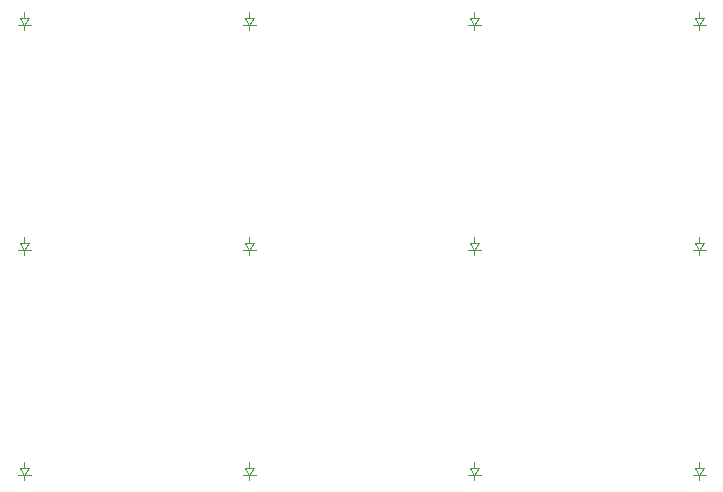
<source format=gbr>
%TF.GenerationSoftware,KiCad,Pcbnew,8.0.5*%
%TF.CreationDate,2024-10-21T21:03:58+03:00*%
%TF.ProjectId,hackpad1,6861636b-7061-4643-912e-6b696361645f,rev?*%
%TF.SameCoordinates,Original*%
%TF.FileFunction,Legend,Bot*%
%TF.FilePolarity,Positive*%
%FSLAX46Y46*%
G04 Gerber Fmt 4.6, Leading zero omitted, Abs format (unit mm)*
G04 Created by KiCad (PCBNEW 8.0.5) date 2024-10-21 21:03:58*
%MOMM*%
%LPD*%
G01*
G04 APERTURE LIST*
%ADD10C,0.100000*%
G04 APERTURE END LIST*
D10*
%TO.C,D10*%
X170900000Y-117031250D02*
X172000000Y-117031250D01*
X171050000Y-116431250D02*
X171850000Y-116431250D01*
X171450000Y-115931250D02*
X171450000Y-116431250D01*
X171450000Y-117031250D02*
X171050000Y-116431250D01*
X171450000Y-117031250D02*
X171450000Y-117431250D01*
X171850000Y-116431250D02*
X171450000Y-117031250D01*
%TO.C,D3*%
X151850000Y-78931250D02*
X152950000Y-78931250D01*
X152000000Y-78331250D02*
X152800000Y-78331250D01*
X152400000Y-77831250D02*
X152400000Y-78331250D01*
X152400000Y-78931250D02*
X152000000Y-78331250D01*
X152400000Y-78931250D02*
X152400000Y-79331250D01*
X152800000Y-78331250D02*
X152400000Y-78931250D01*
%TO.C,D7*%
X113750000Y-117031250D02*
X114850000Y-117031250D01*
X113900000Y-116431250D02*
X114700000Y-116431250D01*
X114300000Y-115931250D02*
X114300000Y-116431250D01*
X114300000Y-117031250D02*
X113900000Y-116431250D01*
X114300000Y-117031250D02*
X114300000Y-117431250D01*
X114700000Y-116431250D02*
X114300000Y-117031250D01*
%TO.C,D4*%
X113750000Y-97981250D02*
X114850000Y-97981250D01*
X113900000Y-97381250D02*
X114700000Y-97381250D01*
X114300000Y-96881250D02*
X114300000Y-97381250D01*
X114300000Y-97981250D02*
X113900000Y-97381250D01*
X114300000Y-97981250D02*
X114300000Y-98381250D01*
X114700000Y-97381250D02*
X114300000Y-97981250D01*
%TO.C,D11*%
X170900000Y-97981250D02*
X172000000Y-97981250D01*
X171050000Y-97381250D02*
X171850000Y-97381250D01*
X171450000Y-96881250D02*
X171450000Y-97381250D01*
X171450000Y-97981250D02*
X171050000Y-97381250D01*
X171450000Y-97981250D02*
X171450000Y-98381250D01*
X171850000Y-97381250D02*
X171450000Y-97981250D01*
%TO.C,D5*%
X132800000Y-97981250D02*
X133900000Y-97981250D01*
X132950000Y-97381250D02*
X133750000Y-97381250D01*
X133350000Y-96881250D02*
X133350000Y-97381250D01*
X133350000Y-97981250D02*
X132950000Y-97381250D01*
X133350000Y-97981250D02*
X133350000Y-98381250D01*
X133750000Y-97381250D02*
X133350000Y-97981250D01*
%TO.C,D6*%
X151850000Y-97981250D02*
X152950000Y-97981250D01*
X152000000Y-97381250D02*
X152800000Y-97381250D01*
X152400000Y-96881250D02*
X152400000Y-97381250D01*
X152400000Y-97981250D02*
X152000000Y-97381250D01*
X152400000Y-97981250D02*
X152400000Y-98381250D01*
X152800000Y-97381250D02*
X152400000Y-97981250D01*
%TO.C,D2*%
X132800000Y-78931250D02*
X133900000Y-78931250D01*
X132950000Y-78331250D02*
X133750000Y-78331250D01*
X133350000Y-77831250D02*
X133350000Y-78331250D01*
X133350000Y-78931250D02*
X132950000Y-78331250D01*
X133350000Y-78931250D02*
X133350000Y-79331250D01*
X133750000Y-78331250D02*
X133350000Y-78931250D01*
%TO.C,D12*%
X170900000Y-78931250D02*
X172000000Y-78931250D01*
X171050000Y-78331250D02*
X171850000Y-78331250D01*
X171450000Y-77831250D02*
X171450000Y-78331250D01*
X171450000Y-78931250D02*
X171050000Y-78331250D01*
X171450000Y-78931250D02*
X171450000Y-79331250D01*
X171850000Y-78331250D02*
X171450000Y-78931250D01*
%TO.C,D9*%
X151850000Y-117031250D02*
X152950000Y-117031250D01*
X152000000Y-116431250D02*
X152800000Y-116431250D01*
X152400000Y-115931250D02*
X152400000Y-116431250D01*
X152400000Y-117031250D02*
X152000000Y-116431250D01*
X152400000Y-117031250D02*
X152400000Y-117431250D01*
X152800000Y-116431250D02*
X152400000Y-117031250D01*
%TO.C,D1*%
X113750000Y-78931250D02*
X114850000Y-78931250D01*
X113900000Y-78331250D02*
X114700000Y-78331250D01*
X114300000Y-77831250D02*
X114300000Y-78331250D01*
X114300000Y-78931250D02*
X113900000Y-78331250D01*
X114300000Y-78931250D02*
X114300000Y-79331250D01*
X114700000Y-78331250D02*
X114300000Y-78931250D01*
%TO.C,D8*%
X132800000Y-117031250D02*
X133900000Y-117031250D01*
X132950000Y-116431250D02*
X133750000Y-116431250D01*
X133350000Y-115931250D02*
X133350000Y-116431250D01*
X133350000Y-117031250D02*
X132950000Y-116431250D01*
X133350000Y-117031250D02*
X133350000Y-117431250D01*
X133750000Y-116431250D02*
X133350000Y-117031250D01*
%TD*%
M02*

</source>
